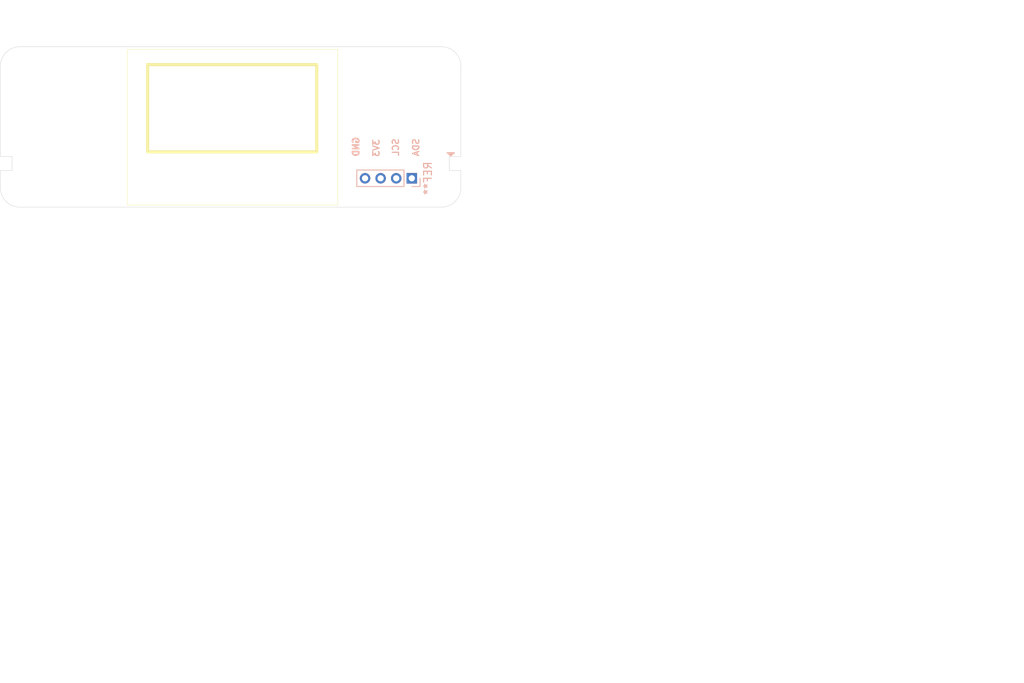
<source format=kicad_pcb>
(kicad_pcb (version 20240108) (generator "pcbnew") (generator_version "8.0")
  (layers (0 "F.Cu" signal) (31 "B.Cu" signal) (34 "B.Paste" user) (35 "F.Paste" user) (36 "B.SilkS" user "B.Silkscreen") (37 "F.SilkS" user "F.Silkscreen") (38 "B.Mask" user) (39 "F.Mask" user) (44 "Edge.Cuts" user))
  (net 0 "")
  (footprint "Connector_PinHeader_2.00mm:PinHeader_1x04_P2.00mm_Vertical" (layer "B.Cu") (at 182 116.3 90)
    (property "Reference" "REF**" (at 0 2.06 90) (layer "B.SilkS") (effects (justify mirror)))
    (property "Value" "PinHeader_1x04_P2.00mm_Vertical")
    (fp_line (start 1.06 -7.06) (end -1.06 -7.06) (stroke (width 0.12)) (layer "B.SilkS"))
    (fp_line (start 1.06 -7.06) (end 1.06 -1) (stroke (width 0.12)) (layer "B.SilkS"))
    (fp_line (start -1.06 -7.06) (end -1.06 -1) (stroke (width 0.12)) (layer "B.SilkS"))
    (fp_line (start 1.06 -1) (end -1.06 -1) (stroke (width 0.12)) (layer "B.SilkS"))
    (fp_line (start 0 1.06) (end -1.06 1.06) (stroke (width 0.12)) (layer "B.SilkS"))
    (fp_line (start -1.06 1.06) (end -1.06 0) (stroke (width 0.12)) (layer "B.SilkS"))
    (pad "1" thru_hole rect (at 0 0 90) (size 1.35 1.35) (drill 0.8) (layers "*.Cu" "*.Mask" "In1.Cu" "In2.Cu" "In3.Cu" "In4.Cu" "In5.Cu" "In6.Cu" "In7.Cu" "In8.Cu" "In9.Cu" "In10.Cu" "In11.Cu" "In12.Cu" "In13.Cu" "In14.Cu" "In15.Cu" "In16.Cu" "In17.Cu" "In18.Cu" "In19.Cu" "In20.Cu" "In21.Cu" "In22.Cu" "In23.Cu" "In24.Cu" "In25.Cu" "In26.Cu" "In27.Cu" "In28.Cu" "In29.Cu" "In30.Cu"))
    (pad "2" thru_hole oval (at 0 -2 90) (size 1.35 1.35) (drill 0.8) (layers "*.Cu" "*.Mask" "In1.Cu" "In2.Cu" "In3.Cu" "In4.Cu" "In5.Cu" "In6.Cu" "In7.Cu" "In8.Cu" "In9.Cu" "In10.Cu" "In11.Cu" "In12.Cu" "In13.Cu" "In14.Cu" "In15.Cu" "In16.Cu" "In17.Cu" "In18.Cu" "In19.Cu" "In20.Cu" "In21.Cu" "In22.Cu" "In23.Cu" "In24.Cu" "In25.Cu" "In26.Cu" "In27.Cu" "In28.Cu" "In29.Cu" "In30.Cu"))
    (pad "3" thru_hole oval (at 0 -4 90) (size 1.35 1.35) (drill 0.8) (layers "*.Cu" "*.Mask" "In1.Cu" "In2.Cu" "In3.Cu" "In4.Cu" "In5.Cu" "In6.Cu" "In7.Cu" "In8.Cu" "In9.Cu" "In10.Cu" "In11.Cu" "In12.Cu" "In13.Cu" "In14.Cu" "In15.Cu" "In16.Cu" "In17.Cu" "In18.Cu" "In19.Cu" "In20.Cu" "In21.Cu" "In22.Cu" "In23.Cu" "In24.Cu" "In25.Cu" "In26.Cu" "In27.Cu" "In28.Cu" "In29.Cu" "In30.Cu"))
    (pad "4" thru_hole oval (at 0 -6 90) (size 1.35 1.35) (drill 0.8) (layers "*.Cu" "*.Mask" "In1.Cu" "In2.Cu" "In3.Cu" "In4.Cu" "In5.Cu" "In6.Cu" "In7.Cu" "In8.Cu" "In9.Cu" "In10.Cu" "In11.Cu" "In12.Cu" "In13.Cu" "In14.Cu" "In15.Cu" "In16.Cu" "In17.Cu" "In18.Cu" "In19.Cu" "In20.Cu" "In21.Cu" "In22.Cu" "In23.Cu" "In24.Cu" "In25.Cu" "In26.Cu" "In27.Cu" "In28.Cu" "In29.Cu" "In30.Cu"))
  )
  (gr_poly (pts (xy 187 113.45) (xy 186.5 113) (xy 187.5 113)) (stroke (width 0.1)) (fill solid) (layer "B.SilkS"))
  (gr_rect (start 148.1 101.7) (end 169.8 112.9) (stroke (width 0.4)) (fill none) (layer "F.SilkS"))
  (gr_rect (start 145.5 99.75) (end 172.5 119.75) (stroke (width 0.05)) (fill none) (layer "F.SilkS"))
  (gr_line (start 186.8 115.3) (end 188.3 115.3) (stroke (width 0.05)) (layer "Edge.Cuts"))
  (gr_arc (start 129.2 101.9) (mid 129.932233 100.132233) (end 131.7 99.4) (stroke (width 0.05)) (layer "Edge.Cuts"))
  (gr_line (start 185.8 99.4) (end 131.7 99.4) (stroke (width 0.05)) (layer "Edge.Cuts"))
  (gr_line (start 130.7 113.5) (end 129.2 113.5) (stroke (width 0.05)) (layer "Edge.Cuts"))
  (gr_line (start 130.7 113.5) (end 130.7 115.3) (stroke (width 0.05)) (layer "Edge.Cuts"))
  (gr_line (start 131.7 120) (end 185.8 120) (stroke (width 0.05)) (layer "Edge.Cuts"))
  (gr_arc (start 131.7 120) (mid 129.932233 119.267767) (end 129.2 117.5) (stroke (width 0.05)) (layer "Edge.Cuts"))
  (gr_arc (start 188.3 117.5) (mid 187.567767 119.267767) (end 185.8 120) (stroke (width 0.05)) (layer "Edge.Cuts"))
  (gr_line (start 186.8 113.5) (end 188.3 113.5) (stroke (width 0.05)) (layer "Edge.Cuts"))
  (gr_line (start 188.3 117.5) (end 188.3 115.3) (stroke (width 0.05)) (layer "Edge.Cuts"))
  (gr_line (start 130.7 115.3) (end 129.2 115.3) (stroke (width 0.05)) (layer "Edge.Cuts"))
  (gr_arc (start 185.8 99.4) (mid 187.567767 100.132233) (end 188.3 101.9) (stroke (width 0.05)) (layer "Edge.Cuts"))
  (gr_line (start 186.8 113.5) (end 186.8 115.3) (stroke (width 0.05)) (layer "Edge.Cuts"))
  (gr_line (start 129.2 113.5) (end 129.2 101.9) (stroke (width 0.05)) (layer "Edge.Cuts"))
  (gr_line (start 188.3 113.5) (end 188.3 101.9) (stroke (width 0.05)) (layer "Edge.Cuts"))
  (gr_line (start 129.2 117.5) (end 129.2 115.3) (stroke (width 0.05)) (layer "Edge.Cuts"))
  (gr_text "GND" (at 175.3 110.9 90) (layer "B.SilkS") (effects (font (size 0.8 0.8) (thickness 0.2) (bold yes)) (justify left bottom mirror)))
  (gr_text "SCL" (at 180.4 111.1 90) (layer "B.SilkS") (effects (font (size 0.8 0.8) (thickness 0.16) (bold yes)) (justify left bottom mirror)))
  (gr_text "SDA" (at 183 111.1 90) (layer "B.SilkS") (effects (font (size 0.8 0.8) (thickness 0.16) (bold yes)) (justify left bottom mirror)))
  (gr_text "3V3" (at 177.9 111.2 90) (layer "B.SilkS") (effects (font (size 0.8 0.8) (thickness 0.16) (bold yes)) (justify left bottom mirror)))
)
</source>
